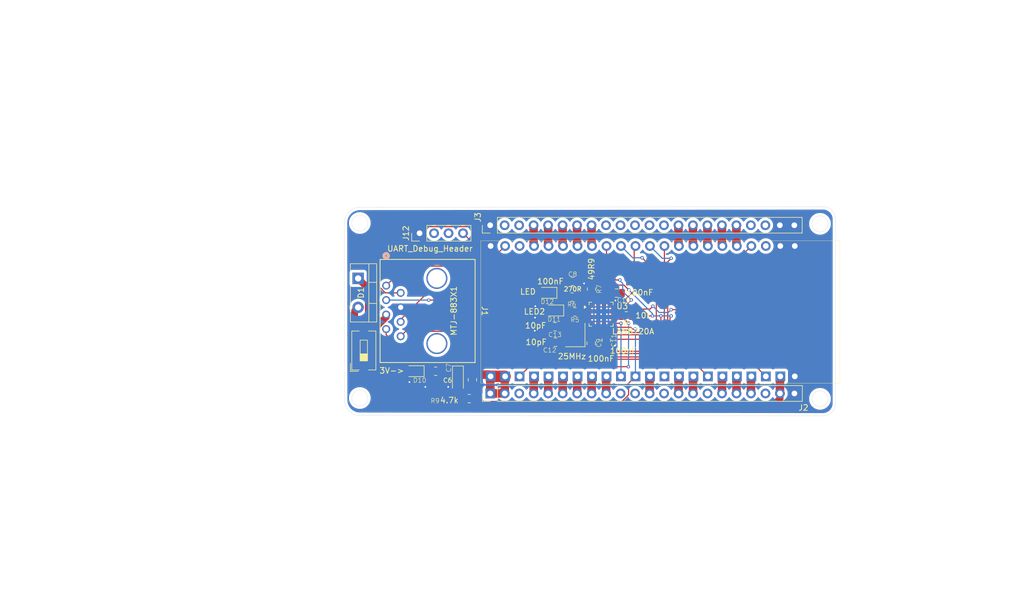
<source format=kicad_pcb>
(kicad_pcb (version 20241229) (generator "pcbnew") (generator_version "9.0")
  (layers (0 "F.Cu" signal) (2 "B.Cu" signal) (13 "F.Paste" user) (15 "B.Paste" user) (5 "F.SilkS" user "F.Silkscreen") (7 "B.SilkS" user "B.Silkscreen") (1 "F.Mask" user) (3 "B.Mask" user) (25 "Edge.Cuts" user))
  (net 0 "")
  (net 1 "GND")
  (net 2 "+5V")
  (net 3 "+3.3V")
  (net 4 "Net-(U3-XTAL1{slash}CLKIN)")
  (net 5 "Net-(U3-XTAL2)")
  (net 6 "Net-(D1-K)")
  (net 7 "/TX-")
  (net 8 "/RX+")
  (net 9 "/IO9")
  (net 10 "/IO11")
  (net 11 "/TX+")
  (net 12 "/RX-")
  (net 13 "/IO10")
  (net 14 "/IO2")
  (net 15 "/IO12")
  (net 16 "/IO4")
  (net 17 "/IO5")
  (net 18 "/IO13")
  (net 19 "/IO14")
  (net 20 "/IO6")
  (net 21 "/IO15")
  (net 22 "/IO7")
  (net 23 "/IO8")
  (net 24 "/IO16")
  (net 25 "/IO1")
  (net 26 "/IO21")
  (net 27 "/LED1")
  (net 28 "/LED2")
  (net 29 "/RBIAS")
  (net 30 "/RESET_N")
  (net 31 "/IO18")
  (net 32 "/IO42")
  (net 33 "/IO38")
  (net 34 "/IO46")
  (net 35 "/IO39")
  (net 36 "/IO20")
  (net 37 "/IO37")
  (net 39 "/IO35")
  (net 40 "/IO17")
  (net 41 "/IO36")
  (net 43 "/IO40")
  (net 44 "/IO41")
  (net 51 "/IO24")
  (net 52 "/IO44")
  (net 53 "Net-(D10-K)")
  (net 54 "Net-(D11-K)")
  (net 55 "Net-(D12-K)")
  (net 56 "Net-(D1-A)")
  (net 59 "/IO0")
  (net 64 "/IO47")
  (net 65 "/IO45")
  (footprint "Connector_PinHeader_2.54mm:PinHeader_1x04_P2.54mm_Vertical" (layer "F.Cu") (at 133.58 84.2 90)
    (property "Reference" "J12")
    (property "Value" "UART_Debug_Header")
  )
  (footprint "LED_SMD:LED_0805_2012Metric" (layer "F.Cu") (at 157.175 97.75 180)
    (property "Reference" "D11" (hide yes))
    (property "Value" "LED" (hide yes))
  )
  (footprint "Resistor_SMD:R_0805_2012Metric" (layer "F.Cu") (at 160.325 95.4 180)
    (property "Reference" "R6" (hide yes))
    (property "Value" "270R")
  )
  (footprint "Resistor_SMD:R_0805_2012Metric" (layer "F.Cu") (at 163.725 94 90)
    (property "Reference" "R7" (hide yes))
    (property "Value" "49R9")
  )
  (footprint "Resistor_SMD:R_0805_2012Metric" (layer "F.Cu") (at 160.825 98 180)
    (property "Reference" "R5" (hide yes))
    (property "Value" "270R" (hide yes))
  )
  (footprint "Capacitor_SMD:C_0805_2012Metric" (layer "F.Cu") (at 157.325 100.6 180)
    (property "Reference" "C13" (hide yes))
    (property "Value" "10pF")
  )
  (footprint "Resistor_SMD:R_0805_2012Metric" (layer "F.Cu") (at 169.8375 98.7 180)
    (property "Reference" "R8" (hide yes))
    (property "Value" "10k")
  )
  (footprint "Connector_PinHeader_2.54mm:PinHeader_1x22_P2.54mm_Vertical" (layer "F.Cu") (at 145.96 82.8 90)
    (property "Reference" "J3")
    (property "Value" "Conn_01x22_Pin" (hide yes))
  )
  (footprint "Package_TO_SOT_THT:TO-220-2_Vertical" (layer "F.Cu") (at 122.8 92.12 -90)
    (property "Reference" "D1")
    (property "Value" "MBR735")
  )
  (footprint "Resistor_SMD:R_0805_2012Metric" (layer "F.Cu") (at 136.4 108.4 180)
    (property "Reference" "R4" (hide yes))
    (property "Value" "270R" (hide yes))
  )
  (footprint "Resistor_SMD:R_0805_2012Metric" (layer "F.Cu") (at 142.2875 113.2)
    (property "Reference" "R9" (hide yes))
    (property "Value" "4.7k")
  )
  (footprint "Capacitor_SMD:C_0805_2012Metric" (layer "F.Cu") (at 168.125 94.7)
    (property "Reference" "C10" (hide yes))
    (property "Value" "100nF")
  )
  (footprint "Capacitor_SMD:C_0805_2012Metric" (layer "F.Cu") (at 160.425 92.65)
    (property "Reference" "C8" (hide yes))
    (property "Value" "100nF")
  )
  (footprint "Capacitor_SMD:C_0805_2012Metric" (layer "F.Cu") (at 142.85 109.9 -90)
    (property "Reference" "C7" (hide yes))
    (property "Value" "100nF" (hide yes))
  )
  (footprint "LED_SMD:LED_0805_2012Metric" (layer "F.Cu") (at 155.975 94.65 180)
    (property "Reference" "D12" (hide yes))
    (property "Value" "LED")
  )
  (footprint "Button_Switch_SMD:SW_DIP_SPSTx01_Slide_6.7x4.1mm_W6.73mm_P2.54mm_LowProfile_JPin" (layer "F.Cu") (at 123.8 104.765 90)
    (property "Reference" "SW2" (hide yes))
    (property "Value" "J1_PWR_SW" (hide yes))
  )
  (footprint "Capacitor_SMD:C_0805_2012Metric" (layer "F.Cu") (at 166.325 102.95 -90)
    (property "Reference" "C11" (hide yes))
    (property "Value" "100nF")
  )
  (footprint "LED_SMD:LED_0805_2012Metric" (layer "F.Cu") (at 132.7 108.4 180)
    (property "Reference" "D10" (hide yes))
    (property "Value" "LED" (hide yes))
  )
  (footprint "Capacitor_SMD:C_0805_2012Metric" (layer "F.Cu") (at 157.425 103.3 180)
    (property "Reference" "C12" (hide yes))
    (property "Value" "10pF")
  )
  (footprint "Package_DFN_QFN:VQFN-24-1EP_4x4mm_P0.5mm_EP2.5x2.5mm_ThermalVias" (layer "F.Cu") (at 165.425 98.4)
    (property "Reference" "U3")
    (property "Value" "LAN8720A")
  )
  (footprint "LBEASTLibrary:CONN_MTJ-883X1_ADM" (layer "F.Cu") (at 127.7254 93.3894 90)
    (property "Reference" "J1")
    (property "Value" "MTJ-883X1")
  )
  (footprint "Capacitor_Tantalum_SMD:CP_EIA-3216-18_Kemet-A" (layer "F.Cu") (at 140.3 109.8 -90)
    (property "Reference" "C6" (hide yes))
    (property "Value" "10µF" (hide yes))
  )
  (footprint "Crystal:Crystal_SMD_3225-4Pin_3.2x2.5mm" (layer "F.Cu") (at 160.875 102.05 90)
    (property "Reference" "Y1" (hide yes))
    (property "Value" "25MHz")
  )
  (footprint "LBEASTLibrary:ESP32-S3_2x22_Header_v3" (layer "F.Cu") (at 199.38 109.3 90)
    (property "Reference" "U2" (hide yes))
    (property "Value" "ESP32-S3-2x22" (hide yes))
  )
  (footprint "Capacitor_SMD:C_0805_2012Metric" (layer "F.Cu") (at 163.675 103.5 -90)
    (property "Reference" "C9" (hide yes))
    (property "Value" "100nF")
  )
  (footprint "Connector_PinHeader_2.54mm:PinHeader_1x22_P2.54mm_Vertical" (layer "F.Cu") (at 145.98 112.3 90)
    (property "Reference" "J2")
    (property "Value" "Conn_01x22_Pin" (hide yes))
  )
  (gr_rect (start 144.3 85.5) (end 207.3 110.5) (stroke (width 0.05)) (fill no) (layer "F.SilkS"))
  (gr_line (start 204.1 79.549981) (end 123.1 79.650202) (stroke (width 0.05)) (layer "Edge.Cuts"))
  (gr_arc (start 204.1 79.549981) (mid 205.800486 80.115572) (end 206.525603 81.754399) (stroke (width 0.05)) (layer "Edge.Cuts"))
  (gr_circle (center 123.1 82.408286) (end 124.5 82.408286) (stroke (width 0.05)) (fill no) (layer "Edge.Cuts"))
  (gr_line (start 123.046639 116.141714) (end 204.299987 116.243029) (stroke (width 0.05)) (layer "Edge.Cuts"))
  (gr_arc (start 206.515528 113.961187) (mid 205.893621 115.573845) (end 204.3 116.243029) (stroke (width 0.05)) (layer "Edge.Cuts"))
  (gr_line (start 120.421284 113.470324) (end 120.393218 82.292278) (stroke (width 0.05)) (layer "Edge.Cuts"))
  (gr_circle (center 203.8 113.241714) (end 205.2 113.241714) (stroke (width 0.05)) (fill no) (layer "Edge.Cuts"))
  (gr_circle (center 123.1 113.1) (end 124.5 113.1) (stroke (width 0.05)) (fill no) (layer "Edge.Cuts"))
  (gr_circle (center 203.8 82.55) (end 205.2 82.55) (stroke (width 0.05)) (fill no) (layer "Edge.Cuts"))
  (gr_line (start 206.515528 113.961187) (end 206.525603 81.754399) (stroke (width 0.05)) (layer "Edge.Cuts"))
  (gr_arc (start 120.393607 82.292245) (mid 121.206837 80.418047) (end 123.1 79.65) (stroke (width 0.05)) (layer "Edge.Cuts"))
  (gr_arc (start 123.046639 116.141714) (mid 121.187517 115.34306) (end 120.421331 113.470324) (stroke (width 0.05)) (layer "Edge.Cuts"))
  (gr_text "LED2" (at 153.725 97.95 0) (layer "F.SilkS") (effects (font (size 1 1))))
  (gr_text "3V->" (at 128.7 108.3 0) (layer "F.SilkS") (effects (font (size 1 1))))
  (segment (start 167.8375 104.0625) (end 167.675 103.9) (width 0.2) (layer "F.Cu") (net 1))
  (segment (start 169.075 94.7) (end 169.075 94.85) (width 0.2) (layer "F.Cu") (net 1))
  (segment (start 163.3 104.825) (end 157.7 104.825) (width 0.2) (layer "F.Cu") (net 1))
  (segment (start 140.3 111.1525) (end 138.6 111.1525) (width 1.5) (layer "F.Cu") (net 1))
  (segment (start 164.275 104.35) (end 163.725 104.35) (width 0.2) (layer "F.Cu") (net 1))
  (segment (start 131.7625 110.2625) (end 131.8 110.3) (width 0.2) (layer "F.Cu") (net 1))
  (segment (start 153.825 97.35) (end 153.825 99) (width 0.2) (layer "F.Cu") (net 1))
  (segment (start 132.6525 111.1525) (end 131.8 110.3) (width 1.5) (layer "F.Cu") (net 1))
  (segment (start 134.731 83.049) (end 133.58 84.2) (width 0.2) (layer "F.Cu") (net 1))
  (segment (start 157.575 101.85) (end 156.375 100.65) (width 0.2) (layer "F.Cu") (net 1))
  (segment (start 155.325 101.3) (end 153.775 101.3) (width 0.2) (layer "F.Cu") (net 1))
  (segment (start 155.0375 94.65) (end 154.525 94.65) (width 0.2) (layer "F.Cu") (net 1))
  (segment (start 153.825 95.35) (end 153.825 97.35) (width 0.2) (layer "F.Cu") (net 1))
  (segment (start 156.475 102.45) (end 155.325 101.3) (width 0.2) (layer "F.Cu") (net 1))
  (segment (start 162.425 93) (end 162.125 93) (width 0.2) (layer "F.Cu") (net 1))
  (segment (start 162.6375 93.0875) (end 163.725 93.0875) (width 0.2) (layer "F.Cu") (net 1))
  (segment (start 160.025 100.75) (end 158.925 101.85) (width 0.2) (layer "F.Cu") (net 1))
  (segment (start 154.825 98) (end 153.825 99) (width 0.2) (layer "F.Cu") (net 1))
  (segment (start 163.725 104.35) (end 163.775 104.35) (width 0.2) (layer "F.Cu") (net 1))
  (segment (start 153.825 97) (end 153.825 97.35) (width 0.2) (layer "F.Cu") (net 1))
  (segment (start 157.7 104.825) (end 156.475 103.6) (width 0.2) (layer "F.Cu") (net 1))
  (segment (start 142.649 83.049) (end 134.731 83.049) (width 0.2) (layer "F.Cu") (net 1))
  (segment (start 155.475 100.65) (end 155.925 100.65) (width 0.2) (layer "F.Cu") (net 1))
  (segment (start 162.025 92.9) (end 161.375 92.9) (width 0.2) (layer "F.Cu") (net 1))
  (segment (start 131.7625 108.4) (end 131.7625 110.2625) (width 1.5) (layer "F.Cu") (net 1))
  (segment (start 167.675 103.9) (end 166.325 103.9) (width 0.2) (layer "F.Cu") (net 1))
  (segment (start 156.475 103.6) (end 156.475 102.45) (width 0.2) (layer "F.Cu") (net 1))
  (segment (start 158.925 101.85) (end 157.575 101.85) (width 0.2) (layer "F.Cu") (net 1))
  (segment (start 134.6 111.1525) (end 132.6525 111.1525) (width 1.5) (layer "F.Cu") (net 1))
  (segment (start 169.075 94.85) (end 167.925 96) (width 0.2) (layer "F.Cu") (net 1))
  (segment (start 138.6 111.1525) (end 134.6 111.1525) (width 1.5) (layer "F.Cu") (net 1))
  (segment (start 146.04 86.44) (end 142.649 83.049) (width 0.2) (layer "F.Cu") (net 1))
  (segment (start 163.675 104.45) (end 163.3 104.825) (width 0.2) (layer "F.Cu") (net 1))
  (segment (start 140.6025 110.85) (end 140.3 111.1525) (width 0.2) (layer "F.Cu") (net 1))
  (segment (start 142.85 110.85) (end 140.6025 110.85) (width 1.5) (layer "F.Cu") (net 1))
  (segment (start 156.5875 98) (end 154.825 98) (width 0.2) (layer "F.Cu") (net 1))
  (segment (start 162.125 93) (end 162.025 92.9) (width 0.2) (layer "F.Cu") (net 1))
  (segment (start 153.825 99) (end 155.475 100.65) (width 0.2) (layer "F.Cu") (net 1))
  (segment (start 153.825 99) (end 153.825 101.3) (width 0.2) (layer "F.Cu") (net 1))
  (segment (start 154.525 94.65) (end 153.825 95.35) (width 0.2) (layer "F.Cu") (net 1))
  (segment (start 156.5875 98.2) (end 156.325 98.2) (width 0.2) (layer "F.Cu") (net 1))
  (via (at 138.6 111.1525) (size 0.6) (drill 0.3) (layers "F.Cu" "B.Cu") (net 1))
  (via (at 167.8375 103.9) (size 0.6) (drill 0.3) (layers "F.Cu" "B.Cu") (net 1))
  (via (at 153.875 97) (size 0.6) (drill 0.3) (layers "F.Cu" "B.Cu") (net 1))
  (via (at 167.925 96) (size 0.6) (drill 0.3) (layers "F.Cu" "B.Cu") (net 1))
  (via (at 153.825 99) (size 0.6) (drill 0.3) (layers "F.Cu" "B.Cu") (net 1))
  (via (at 162.425 93) (size 0.6) (drill 0.3) (layers "F.Cu" "B.Cu") (net 1))
  (via (at 134.6 111.1525) (size 0.6) (drill 0.3) (layers "F.Cu" "B.Cu") (net 1))
  (via (at 131.8 110.3) (size 0.6) (drill 0.3) (layers "F.Cu" "B.Cu") (net 1))
  (via (at 153.775 101.3) (size 0.6) (drill 0.3) (layers "F.Cu" "B.Cu") (net 1))
  (segment (start 196.78 112.3) (end 196.78 109.36) (width 1.5) (layer "F.Cu") (net 2))
  (segment (start 196.78 109.36) (end 196.84 109.3) (width 0.2) (layer "F.Cu") (net 2))
  (segment (start 196.8 109.26) (end 196.84 109.3) (width 0.2) (layer "F.Cu") (net 2))
  (segment (start 196.78 112.3) (end 196.78 113.22) (width 1.2) (layer "F.Cu") (net 2))
  (segment (start 129.9 114.9) (end 123.8 108.8) (width 1.2) (layer "F.Cu") (net 2))
  (segment (start 194.18 114.9) (end 129.9 114.9) (width 1.2) (layer "F.Cu") (net 2))
  (segment (start 196.78 113.22) (end 195.1 114.9) (width 1.2) (layer "F.Cu") (net 2))
  (segment (start 123.8 108.8) (end 123.8 108.13) (width 0.2) (layer "F.Cu") (net 2))
  (segment (start 195.1 114.9) (end 194.18 114.9) (width 1.2) (layer "F.Cu") (net 2))
  (segment (start 165.175 101.25) (end 165.925 102) (width 0.2) (layer "F.Cu") (net 3))
  (segment (start 142.3475 108.4475) (end 140.3 108.4475) (width 1.5) (layer "F.Cu") (net 3))
  (segment (start 165.6079 105.3) (end 164.675 105.3) (width 0.2) (layer "F.Cu") (net 3))
  (segment (start 143.2 109.3) (end 142.85 108.95) (width 0.2) (layer "F.Cu") (net 3))
  (segment (start 170.4339 102.001) (end 170.4329 102) (width 0.2) (layer "F.Cu") (net 3))
  (segment (start 146.04 109.3) (end 145.74 109) (width 0.8) (layer "F.Cu") (net 3))
  (segment (start 164.701 103.576) (end 164.701 105.274) (width 0.2) (layer "F.Cu") (net 3))
  (segment (start 162.475 95.05134) (end 161.62366 94.2) (width 0.2) (layer "F.Cu") (net 3))
  (segment (start 169.425 93.3) (end 167.725 93.3) (width 0.2) (layer "F.Cu") (net 3))
  (segment (start 175.9 98.7) (end 175.9 101.1) (width 0.2) (layer "F.Cu") (net 3))
  (segment (start 170.75 98.7) (end 174.425 98.7) (width 0.2) (layer "F.Cu") (net 3))
  (segment (start 170.2625 94.1375) (end 169.425 93.3) (width 0.2) (layer "F.Cu") (net 3))
  (segment (start 163.4875 96.6125) (end 162.475 95.6) (width 0.2) (layer "F.Cu") (net 3))
  (segment (start 148.58 109.3) (end 146.04 109.3) (width 2) (layer "F.Cu") (net 3))
  (segment (start 145.74 109) (end 143.5 109) (width 1.5) (layer "F.Cu") (net 3))
  (segment (start 163.4875 101.7625) (end 163.675 101.95) (width 0.2) (layer "F.Cu") (net 3))
  (segment (start 175.9 101.1) (end 174.999 102.001) (width 0.2) (layer "F.Cu") (net 3))
  (segment (start 165.175 100.3375) (end 165.175 101.25) (width 0.2) (layer "F.Cu") (net 3))
  (segment (start 148.52 112.3) (end 148.52 109.36) (width 1.5) (layer "F.Cu") (net 3))
  (segment (start 162.475 95.6) (end 162.475 95.05134) (width 0.2) (layer "F.Cu") (net 3))
  (segment (start 153.075 93.8) (end 153.075 104.25) (width 0.2) (layer "F.Cu") (net 3))
  (segment (start 159.825 94.2) (end 159.475 93.85) (width 0.2) (layer "F.Cu") (net 3))
  (segment (start 173.809143 105.3) (end 170.4421 105.3) (width 0.2) (layer "F.Cu") (net 3))
  (segment (start 153.975 92.9) (end 153.075 93.8) (width 0.2) (layer "F.Cu") (net 3))
  (segment (start 154.125 105.3) (end 164.675 105.3) (width 0.2) (layer "F.Cu") (net 3))
  (segment (start 167.175 93.85) (end 167.175 94.7) (width 0.2) (layer "F.Cu") (net 3))
  (segment (start 140 108.4) (end 137.3125 108.4) (width 1.5) (layer "F.Cu") (net 3))
  (segment (start 174.999 102.001) (end 170.4339 102.001) (width 0.2) (layer "F.Cu") (net 3))
  (segment (start 163.675 101.95) (end 163.675 102.55) (width 0.2) (layer "F.Cu") (net 3))
  (segment (start 140.3 108.4475) (end 140.0475 108.4475) (width 0.2) (layer "F.Cu") (net 3))
  (segment (start 159.475 93.85) (end 159.475 92.9) (width 0.2) (layer "F.Cu") (net 3))
  (segment (start 148.52 112.3) (end 145.98 112.3) (width 1.5) (layer "F.Cu") (net 3))
  (segment (start 177.501 98.899) (end 177.501 101.608143) (width 0.2) (layer "F.Cu") (net 3))
  (segment (start 170.4421 105.3) (end 170.4411 105.301) (width 0.2) (layer "F.Cu") (net 3))
  (segment (start 142.85 108.95) (end 142.3475 108.4475) (width 1.5) (layer "F.Cu") (net 3))
  (segment (start 166.675 96.4625) (end 166.675 95.2) (width 0.2) (layer "F.Cu") (net 3))
  (segment (start 164.701 105.274) (end 164.675 105.3) (width 0.2) (layer "F.Cu") (net 3))
  (segment (start 163.4875 99.65) (end 163.4875 101.7625) (width 0.2) (layer "F.Cu") (net 3))
  (segment (start 170.4411 105.301) (end 165.6089 105.301) (width 0.2) (layer "F.Cu") (net 3))
  (segment (start 163.675 102.55) (end 164.701 103.576) (width 0.2) (layer "F.Cu") (net 3))
  (segment (start 177.501 101.608143) (end 173.809143 105.3) (width 0.2) (layer "F.Cu") (net 3))
  (segment (start 145.98 112.3) (end 145.98 109.36) (width 1.5) (layer "F.Cu") (net 3))
  (segment (start 170.4329 102) (end 166.325 102) (width 0.2) (layer "F.Cu") (net 3))
  (segment (start 165.6089 105.301) (end 165.6079 105.3) (width 0.2) (layer "F.Cu") (net 3))
  (segment (start 177.7 98.7) (end 177.501 98.899) (width 0.2) (layer "F.Cu") (net 3))
  (segment (start 166.675 95.2) (end 167.175 94.7) (width 0.2) (layer "F.Cu") (net 3))
  (segment (start 153.075 104.25) (end 154.125 105.3) (width 0.2) (layer "F.Cu") (net 3))
  (segment (start 148.52 109.36) (end 148.58 109.3) (width 0.2) (layer "F.Cu") (net 3))
  (segment (start 161.62366 94.2) (end 159.825 94.2) (width 0.2) (layer "F.Cu") (net 3))
  (segment (start 145.98 109.36) (end 146.04 109.3) (width 0.2) (layer "F.Cu") (net 3))
  (segment (start 167.725 93.3) (end 167.175 93.85) (width 0.2) (layer "F.Cu") (net 3))
  (segment (start 140.0475 108.4475) (end 140 108.4) (width 0.2) (layer "F.Cu") (net 3))
  (segment (start 163.4875 97.15) (end 163.4875 96.6125) (width 0.2) (layer "F.Cu") (net 3))
  (segment (start 159.475 92.9) (end 153.975 92.9) (width 0.2) (layer "F.Cu") (net 3))
  (via (at 170.2625 94.1375) (size 0.6) (drill 0.3) (layers "F.Cu" "B.Cu") (net 3))
  (via (at 175.9 98.7) (size 0.6) (drill 0.3) (layers "F.Cu" "B.Cu") (net 3))
  (via (at 174.425 98.7) (size 0.6) (drill 0.3) (layers "F.Cu" "B.Cu") (net 3))
  (via (at 177.7 98.7) (size 0.6) (drill 0.3) (layers "F.Cu" "B.Cu") (net 3))
  (segment (start 170.2625 94.1375) (end 174.425 98.3) (width 0.2) (layer "B.Cu") (net 3))
  (segment (start 177.7 98.7) (end 175.9 98.7) (width 0.2) (layer "B.Cu") (net 3))
  (segment (start 175.9 98.7) (end 174.425 98.7) (width 0.2) (layer "B.Cu") (net 3))
  (segment (start 174.425 98.3) (end 174.425 98.7) (width 0.2) (layer "B.Cu") (net 3))
  (segment (start 163.034202 99.15) (end 162.625 99.559202) (width 0.2) (layer "F.Cu") (net 4))
  (segment (start 161.076 104.324) (end 159.424 104.324) (width 0.2) (layer "F.Cu") (net 4))
  (segment (start 161.725 103.675) (end 161.076 104.324) (width 0.2) (layer "F.Cu") (net 4))
  (segment (start 162.625 99.559202) (end 162.625 101.95) (width 0.2) (layer "F.Cu") (net 4))
  (segment (start 161.725 102.775) (end 161.725 103.675) (width 0.2) (layer "F.Cu") (net 4))
  (segment (start 163.4875 99.15) (end 163.034202 99.15) (width 0.2) (layer "F.Cu") (net 4))
  (segment (start 162.075 102.5) (end 161.725 102.5) (width 0.2) (layer "F.Cu") (net 4))
  (segment (start 159.424 104.324) (end 158.375 103.275) (width 0.2) (layer "F.Cu") (net 4))
  (segment (start 162.625 101.95) (end 162.075 102.5) (width 0.2) (layer "F.Cu") (net 4))
  (segment (start 161.725 100.3) (end 160.625 99.2) (width 0.2) (layer "F.Cu") (net 5))
  (segment (start 163.4875 98.65) (end 162.875 98.65) (width 0.2) (layer "F.Cu") (net 5))
  (segment (start 161.725 99.8) (end 161.725 100.95) (width 0.2) (layer "F.Cu") (net 5))
  (segment (start 162.875 98.65) (end 161.725 99.8) (width 0.2) (layer "F.Cu") (net 5))
  (segment (start 160.625 99.2) (end 159.275 99.2) (width 0.2) (layer "F.Cu") (net 5))
  (segment (start 161.725 100.95) (end 161.725 100.3) (width 0.2) (layer "F.Cu") (net 5))
  (segment (start 159.275 99.2) (end 158.275 100.2) (width 0.2) (layer "F.Cu") (net 5))
  (segment (start 124.6 100.6) (end 124.6 93.92) (width 1.2) (layer "F.Cu") (net 6))
  (segment (start 124.6 93.92) (end 122.8 92.12) (width 1.2) (layer "F.Cu") (net 6))
  (segment (start 123.8 101.4) (end 124.6 100.6) (width 1.2) (layer "F.Cu") (net 6))
  (segment (start 126.5 93.577507) (end 126.5 92) (width 0.2) (layer "F.Cu") (net 7))
  (segment (start 129.2 89.3) (end 163.9263 89.3) (width 0.2) (layer "F.Cu") (net 7))
  (segment (start 163.9263 89.3) (end 166.175 91.5487) (width 0.2) (layer "F.Cu") (net 7))
  (segment (start 126.5 92) (end 129.2 89.3) (width 0.2) (layer "F.Cu") (net 7))
  (segment (start 127.581893 94.6594) (end 126.5 93.577507) (width 0.2) (layer "F.Cu") (net 7))
  (segment (start 130.2654 94.6594) (end 127.581893 94.6594) (width 0.2) (layer "F.Cu") (net 7))
  (segment (start 166.175 91.5487) (end 166.175 96.4625) (width 0.2) (layer "F.Cu") (net 7))
  (segment (start 164.525 91.6) (end 164.725 91.8) (width 0.2) (layer "F.Cu") (net 8))
  (segment (start 149.975 91.6) (end 164.525 91.6) (width 0.2) (layer "F.Cu") (net 8))
  (segment (start 145.6456 95.9294) (end 149.975 91.6) (width 0.2) (layer "F.Cu") (net 8))
  (segment (start 135.2 95.9294) (end 145.6456 95.9294) (width 0.2) (layer "F.Cu") (net 8))
  (segment (start 164.725 96.4125) (end 164.675 96.4625) (width 0.2) (layer "F.Cu") (net 8))
  (segment (start 164.725 91.8) (end 164.725 96.4125) (width 0.2) (layer "F.Cu") (net 8))
  (via (at 135.2 95.9294) (size 0.6) (drill 0.3) (layers "F.Cu" "B.Cu") (net 8))
  (segment (start 135.2 95.9294) (end 127.7254 95.9294) (width 0.2) (layer "B.Cu") (net 8))
  (segment (start 181.54 112.3) (end 181.54 109.36) (width 1.5) (layer "F.Cu") (net 9))
  (segment (start 181.54 109.36) (end 181.6 109.3) (width 0.2) (layer "F.Cu") (net 9))
  (segment (start 186.62 109.36) (end 186.68 109.3) (width 0.2) (layer "F.Cu") (net 10))
  (segment (start 186.62 112.3) (end 186.62 109.36) (width 1.5) (layer "F.Cu") (net 10))
  (segment (start 151.7519 89.9769) (end 151.775 90) (width 0.2) (layer "F.Cu") (net 11))
  (segment (start 165.675 91.6158) (end 164.0592 90) (width 0.2) (layer "F.Cu") (net 11))
  (segment (start 165.675 96.4625) (end 165.675 91.6158) (width 0.2) (layer "F.Cu") (net 11))
  (segment (start 131.1379 89.9769) (end 151.7519 89.9769) (width 0.2) (layer "F.Cu") (net 11))
  (segment (start 164.0592 90) (end 151.775 90) (width 0.2) (layer "F.Cu") (net 11))
  (segment (start 127.7254 93.3894) (end 131.1379 89.9769) (width 0.2) (layer "F.Cu") (net 11))
  (segment (start 137.8 94.7) (end 141.8 90.7) (width 0.2) (layer "F.Cu") (net 12))
  (segment (start 134.9 94.7) (end 137.8 94.7) (width 0.2) (layer "F.Cu") (net 12))
  (segment (start 130.2654 99.3346) (end 134.9 94.7) (width 0.2) (layer "F.Cu") (net 12))
  (segment (start 165.175 91.6829) (end 164.1921 90.7) (width 0.2) (layer "F.Cu") (net 12))
  (segment (start 165.175 96.4625) (end 165.175 91.6829) (width 0.2) (layer "F.Cu") (net 12))
  (segment (start 130.2654 99.7394) (end 130.2654 99.3346) (width 0.2) (layer "F.Cu") (net 12))
  (segment (start 141.8 90.7) (end 146.1 90.7) (width 0.2) (layer "F.Cu") (net 12))
  (segment (start 164.1921 90.7) (end 146.1 90.7) (width 0.2) (layer "F.Cu") (net 12))
  (segment (start 127.7254 101.0094) (end 127.7254 101.997228) (width 0.2) (layer "F.Cu") (net 13))
  (segment (start 132.028172 106.3) (end 181.14 106.3) (width 0.2) (layer "F.Cu") (net 13))
  (segment (start 127.7254 101.997228) (end 132.028172 106.3) (width 0.2) (layer "F.Cu") (net 13))
  (segment (start 181.14 106.3) (end 184.14 109.3) (width 0.2) (layer "F.Cu") (net 13))
  (segment (start 156.12 82.8) (end 156.12 86.36) (width 1.5) (layer "F.Cu") (net 14))
  (segment (start 156.12 86.36) (end 156.2 86.44) (width 0.2) (layer "F.Cu") (net 14))
  (segment (start 189.16 109.36) (end 189.22 109.3) (width 0.2) (layer "F.Cu") (net 15))
  (segment (start 189.16 112.3) (end 189.16 109.36) (width 1.5) (layer "F.Cu") (net 15))
  (segment (start 153.6 109.36) (end 153.66 109.3) (width 0.2) (layer "F.Cu") (net 16))
  (segment (start 153.6 112.3) (end 153.6 109.36) (width 1.5) (layer "F.Cu") (net 16))
  (segment (start 153.650057 109.3) (end 153.66 109.3) (width 0.2) (layer "B.Cu") (net 16))
  (segment (start 156.14 112.3) (end 156.14 109.36) (width 1.5) (layer "F.Cu") (net 17))
  (segment (start 156.25 109.35) (end 156.2 109.3) (width 0.2) (layer "F.Cu") (net 17))
  (segment (start 156.14 109.36) (end 156.2 109.3) (width 0.2) (layer "F.Cu") (net 17))
  (segment (start 191.7 109.36) (end 191.76 109.3) (width 0.2) (layer "F.Cu") (net 18))
  (segment (start 191.7 112.3) (end 191.7 109.36) (width 1.5) (layer "F.Cu") (net 18))
  (segment (start 154.1579 105.9) (end 190.9 105.9) (width 0.2) (layer "F.Cu") (net 19))
  (segment (start 190.9 105.9) (end 194.3 109.3) (width 0.2) (layer "F.Cu") (net 19))
  (segment (start 130.2654 102.2794) (end 131.1379 101.4069) (width 0.2) (layer "F.Cu") (net 19))
  (segment (start 149.6648 101.4069) (end 154.1579 105.9) (width 0.2) (layer "F.Cu") (net 19))
  (segment (start 131.1379 101.4069) (end 149.6648 101.4069) (width 0.2) (layer "F.Cu") (net 19))
  (segment (start 158.68 109.36) (end 158.74 109.3) (width 0.2) (layer "F.Cu") (net 20))
  (segment (start 158.68 112.3) (end 158.68 109.36) (width 1.5) (layer "F.Cu") (net 20))
  (segment (start 163.76 112.3) (end 163.76 109.36) (width 1.5) (layer "F.Cu") (net 21))
  (segment (start 163.76 109.36) (end 163.82 109.3) (width 0.2) (layer "F.Cu") (net 21))
  (segment (start 163.82 109.18) (end 163.82 109.3) (width 0.2) (layer "B.Cu") (net 21))
  (segment (start 161.22 109.36) (end 161.28 109.3) (width 0.2) (layer "F.Cu") (net 22))
  (segment (start 161.22 112.3) (end 161.22 109.36) (width 1.5) (layer "F.Cu") (net 22))
  (segment (start 161.28 109.02) (end 161.28 109.3) (width 0.2) (layer "B.Cu") (net 22))
  (segment (start 173.92 112.3) (end 173.92 109.36) (width 1.5) (layer "F.Cu") (net 23))
  (segment (start 173.92 109.36) (end 173.98 109.3) (width 0.2) (layer "F.Cu") (net 23))
  (segment (start 174.475 109.7) (end 174.625 109.7) (width 0.2) (layer "F.Cu") (net 23))
  (segment (start 174.475 109.7) (end 173.775 109) (width 0.2) (layer "B.Cu") (net 23))
  (segment (start 174.425 108.800057) (end 174.425 108.8) (width 0.2) (layer "B.Cu") (net 23))
  (segment (start 166.3 109.36) (end 166.36 109.3) (width 0.2) (layer "F.Cu") (net 24))
  (segment (start 166.3 112.3) (end 166.3 109.36) (width 1.5) (layer "F.Cu") (net 24))
  (segment (start 153.58 82.8) (end 153.58 86.36) (width 1.5) (layer "F.Cu") (net 25))
  (segment (start 153.58 86.36) (end 153.66 86.44) (width 0.2) (layer "F.Cu") (net 25))
  (segment (start 189.14 86.36) (end 189.22 86.44) (width 0.2) (layer "F.Cu") (net 26))
  (segment (start 189.14 82.8) (end 189.14 86.36) (width 1.5) (layer "F.Cu") (net 26))
  (segment (start 189.22 86.44) (end 189.22 86.42) (width 0.2) (layer "B.Cu") (net 26))
  (segment (start 163.4875 98.15) (end 161.9875 98.15) (width 0.2) (layer "F.Cu") (net 27))
  (segment (start 161.9875 98.15) (end 161.9375 98.2) (width 0.2) (layer "F.Cu") (net 27))
  (segment (start 161.925 96.0875) (end 161.2375 95.4) (width 0.2) (layer "F.Cu") (net 28))
  (segment (start 163.034202 97.65) (end 161.925 96.540798) (width 0.2) (layer "F.Cu") (net 28))
  (segment (start 163.4875 97.65) (end 163.034202 97.65) (width 0.2) (layer "F.Cu") (net 28))
  (segment (start 161.925 96.540798) (end 161.925 96.0875) (width 0.2) (layer "F.Cu") (net 28))
  (segment (start 164.175 96.4625) (end 164.175 95.3625) (width 0.2) (layer "F.Cu") (net 29))
  (segment (start 164.175 95.3625) (end 163.725 94.9125) (width 0.2) (layer "F.Cu") (net 29))
  (segment (start 170.225 100) (end 168.925 98.7) (width 0.2) (layer "F.Cu") (net 30))
  (segment (start 151.12 108.72) (end 151.12 109.3) (width 0.2) (layer "F.Cu") (net 30))
  (segment (start 152.82 107.6) (end 151.12 109.3) (width 0.2) (layer "F.Cu") (net 30))
  (segment (start 168.875 98.65) (end 168.925 98.7) (width 0.2) (layer "F.Cu") (net 30))
  (segment (start 167.3625 98.65) (end 168.875 98.65) (width 0.2) (layer "F.Cu") (net 30))
  (segment (start 170.2 107.6) (end 152.82 107.6) (width 0.2) (layer "F.Cu") (net 30))
  (via (at 170.2 107.6) (size 0.6) (drill 0.3) (layers "F.Cu" "B.Cu") (net 30))
  (via (at 170.225 100) (size 0.6) (drill 0.3) (layers "F.Cu" "B.Cu") (net 30))
  (segment (start 170.225 107.575) (end 170.225 100) (width 0.2) (layer "B.Cu") (net 30))
  (segment (start 170.2 107.6) (end 170.225 107.575) (width 0.2) (layer "B.Cu") (net 30))
  (segment (start 170.229 110.511) (end 170.229 112.53876) (width 0.2) (layer "F.Cu") (net 31))
  (segment (start 170.229 112.53876) (end 169.06776 113.7) (width 0.2) (layer "F.Cu") (net 31))
  (segment (start 143.7 113.7) (end 143.2 113.2) (width 0.2) (layer "F.Cu") (net 31))
  (segment (start 170.9 101) (end 171.4 101) (width 0.2) (layer "F.Cu") (net 31))
  (segment (start 169.06776 113.7) (end 143.7 113.7) (width 0.2) (layer "F.Cu") (net 31))
  (segment (start 170.6 100.7) (end 170.9 101) (width 0.2) (layer "F.Cu") (net 31))
  (segment (start 166.675 100.3375) (end 167.0375 100.7) (width 0.2) (layer "F.Cu") (net 31))
  (segment (start 167.0375 100.7) (end 170.6 100.7) (width 0.2) (layer "F.Cu") (net 31))
  (segment (start 171.44 109.3) (end 170.229 110.511) (width 0.2) (layer "F.Cu") (net 31))
  (via (at 171.4 101) (size 0.6) (drill 0.3) (layers "F.Cu" "B.Cu") (net 31))
  (segment (start 171.44 109.3) (end 171.44 101) (width 0.2) (layer "B.Cu") (net 31))
  (segment (start 158.66 82.8) (end 158.66 86.36) (width 1.5) (layer "F.Cu") (net 32))
  (segment (start 158.66 86.36) (end 158.74 86.44) (width 0.2) (layer "F.Cu") (net 32))
  (segment (start 170.2 101.2) (end 170.6 101.6) (width 0.2) (layer "F.Cu") (net 33))
  (segment (start 166.175 100.3375) (end 166.175 100.790798) (width 0.2) (layer "F.Cu") (net 33))
  (segment (start 174.4 101.6) (end 175.1 100.9) (width 0.2) (layer "F.Cu") (net 33))
  (segment (start 166.175 100.790798) (end 166.584202 101.2) (width 0.2) (layer "F.Cu") (net 33))
  (segment (start 170.6 101.6) (end 174.4 101.6) (width 0.2) (layer "F.Cu") (net 33))
  (segment (start 175.1 100.9) (end 175.1 91) (width 0.2) (layer "F.Cu") (net 33))
  (segment (start 166.584202 101.2) (end 170.2 101.2) (width 0.2) (layer "F.Cu") (net 33))
  (segment (start 175.1 91) (end 172.6 88.5) (width 0.2) (layer "F.Cu") (net 33))
  (via (at 172.6 88.5) (size 0.6) (drill 0.3) (layers "F.Cu" "B.Cu") (net 33))
  (segment (start 170.96 88.5) (end 172.6 88.5) (width 0.2) (layer "B.Cu") (net 33))
  (segment (start 168.9 86.44) (end 170.96 88.5) (width 0.2) (layer "B.Cu") (net 33))
  (segment (start 179 109.36) (end 179.06 109.3) (width 0.2) (layer "F.Cu") (net 34))
  (segment (start 179 112.3) (end 179 109.36) (width 1.5) (layer "F.Cu") (net 34))
  (segment (start 184.06 82.8) (end 184.06 86.36) (width 1.5) (layer "F.Cu") (net 34))
  (segment (start 184.06 86.36) (end 184.14 86.44) (width 0.2) (layer "F.Cu") (net 34))
  (segment (start 168 92.4) (end 166.36 90.76) (width 0.2) (layer "F.Cu") (net 35))
  (segment (start 167.90924 97.65) (end 167.3625 97.65) (width 0.2) (layer "F.Cu") (net 35))
  (segment (start 170.7 95.9) (end 169.8 96.8) (width 0.2) (layer "F.Cu") (net 35))
  (segment (start 169.8 96.8) (end 168.75924 96.8) (width 0.2) (layer "F.Cu") (net 35))
  (segment (start 166.36 90.76) (end 166.36 86.44) (width 0.2) (layer "F.Cu") (net 35))
  (segment (start 168.7 92.4) (end 168 92.4) (width 0.2) (layer "F.Cu") (net 35))
  (segment (start 168.75924 96.8) (end 167.90924 97.65) (width 0.2) (layer "F.Cu") (net 35))
  (via (at 168.7 92.4) (size 0.6) (drill 0.3) (layers "F.Cu" "B.Cu") (net 35))
  (via (at 170.7 95.9) (size 0.6) (drill 0.3) (layers "F.Cu" "B.Cu") (net 35))
  (segment (start 169.2 93) (end 168.7 92.5) (width 0.2) (layer "B.Cu") (net 35))
  (segment (start 168.7 92.5) (end 168.7 92.4) (width 0.2) (layer "B.Cu") (net 35))
  (segment (start 170.7 95.9) (end 169.2 94.4) (width 0.2) (layer "B.Cu") (net 35))
  (segment (start 169.2 94.4) (end 169.2 93) (width 0.2) (layer "B.Cu") (net 35))
  (segment (start 177.7 97.6) (end 180.6 97.6) (width 0.2) (layer "F.Cu") (net 36))
  (segment (start 174.5 97) (end 174 97.5) (width 0.2) (layer "F.Cu") (net 36))
  (segment (start 174 97.5) (end 168.62634 97.5) (width 0.2) (layer "F.Cu") (net 36))
  (segment (start 180.6 97.6) (end 191.76 86.44) (width 0.2) (layer "F.Cu") (net 36))
  (segment (start 168.62634 97.5) (end 167.97634 98.15) (width 0.2) (layer "F.Cu") (net 36))
  (segment (start 167.97634 98.15) (end 167.3625 98.15) (width 0.2) (layer "F.Cu") (net 36))
  (via (at 174.5 97) (size 0.6) (drill 0.3) (layers "F.Cu" "B.Cu") (net 36))
  (via (at 177.7 97.6) (size 0.6) (drill 0.3) (layers "F.Cu" "B.Cu") (net 36))
  (segment (start 177.2 98.1) (end 177.7 97.6) (width 0.2) (layer "B.Cu") (net 36))
  (segment (start 175.6 98.1) (end 177.2 98.1) (width 0.2) (layer "B.Cu") (net 36))
  (segment (start 174.5 97) (end 175.6 98.1) (width 0.2) (layer "B.Cu") (net 36))
  (segment (start 168.551057 96.248943) (end 168.8 96) (width 0.2) (layer "F.Cu") (net 37))
  (segment (start 169.5 96) (end 171.219 94.281) (width 0.2) (layer "F.Cu") (net 37))
  (segment (start 167.3625 97.15) (end 167.9115 96.601) (width 0.2) (layer "F.Cu") (net 37))
  (segment (start 168.526 96.248943) (end 168.551057 96.248943) (width 0.2) (layer "F.Cu") (net 37))
  (segment (start 168.173943 96.601) (end 168.526 96.248943) (width 0.2) (layer "F.Cu") (net 37))
  (segment (start 167.9115 96.601) (end 168.173943 96.601) (width 0.2) (layer "F.Cu") (net 37))
  (segment (start 171.219 86.661) (end 171.44 86.44) (width 0.2) (layer "F.Cu") (net 37))
  (segment (start 171.219 94.281) (end 171.219 86.661) (width 0.2) (layer "F.Cu") (net 37))
  (segment (start 168.8 96) (end 169.5 96) (width 0.2) (layer "F.Cu") (net 37))
  (segment (start 165.225 102.41116) (end 165.61484 102.801) (width 0.2) (layer "F.Cu") (net 39))
  (segment (start 164.774 100.889798) (end 164.774 101.4161) (width 0.2) (layer "F.Cu") (net 39))
  (segment (start 165.225 101.8671) (end 165.225 102.41116) (width 0.2) (layer "F.Cu") (net 39))
  (segment (start 176.52 96.28) (end 176.52 86.44) (width 0.2) (layer "F.Cu") (net 39))
  (segment (start 175.173943 102.801) (end 176.5 101.474943) (width 0.2) (layer "F.Cu") (net 39))
  (segment (start 164.774 101.4161) (end 165.225 101.8671) (width 0.2) (layer "F.Cu") (net 39))
  (segment (start 164.675 100.3375) (end 164.749 100.4115) (width 0.2) (layer "F.Cu") (net 39))
  (segment (start 165.61484 102.801) (end 175.173943 102.801) (width 0.2) (layer "F.Cu") (net 39))
  (segment (start 176.5 101.474943) (end 176.5 96.3) (width 0.2) (layer "F.Cu") (net 39))
  (segment (start 164.749 100.4115) (end 164.749 100.864798) (width 0.2) (layer "F.Cu") (net 39))
  (segment (start 164.749 100.864798) (end 164.774 100.889798) (width 0.2) (layer "F.Cu") (net 39))
  (segment (start 167.3625 99.65) (end 167.7125 100) (width 0.2) (layer "F.Cu") (net 40))
  (segment (start 167.7125 100) (end 168.9 100) (width 0.2) (layer "F.Cu") (net 40))
  (via (at 168.9 100) (size 0.6) (drill 0.3) (layers "F.Cu" "B.Cu") (net 40))
  (segment (start 168.9 109.3) (end 168.9 100.2) (width 0.2) (layer "B.Cu") (net 40))
  (segment (start 164.701 103.0089) (end 165.299 103.6069) (width 0.2) (layer "F.Cu") (net 41))
  (segment (start 173.643043 104.899) (end 177.1 101.442043) (width 0.2) (layer "F.Cu") (net 41))
  (segment (start 177.1 98.450057) (end 177.1 89.2) (width 0.2) (layer "F.Cu") (net 41))
  (segment (start 165.299 104.424) (end 165.775 104.9) (width 0.2) (layer "F.Cu") (net 41))
  (segment (start 164.701 101.976) (end 164.701 103.0089) (width 0.2) (layer "F.Cu") (net 41))
  (segment (start 164.125 101.4) (end 164.701 101.976) (width 0.2) (layer "F.Cu") (net 41))
  (segment (start 177.1 101.442043) (end 177.1 98.949943) (width 0.2) (layer "F.Cu") (net 41))
  (segment (start 165.775 104.9) (end 170.275 104.9) (width 0.2) (layer "F.Cu") (net 41))
  (segment (start 177.099 98.451057) (end 177.1 98.450057) (width 0.2) (layer "F.Cu") (net 41))
  (segment (start 165.299 103.6069) (end 165.299 104.424) (width 0.2) (layer "F.Cu") (net 41))
  (segment (start 164.175 100.3375) (end 164.175 101.35) (width 0.2) (layer "F.Cu") (net 41))
  (segment (start 170.275 104.9) (end 170.276 104.899) (width 0.2) (layer "F.Cu") (net 41))
  (segment (start 177.099 98.948943) (end 177.099 98.451057) (width 0.2) (layer "F.Cu") (net 41))
  (segment (start 164.175 101.35) (end 164.125 101.4) (width 0.2) (layer "F.Cu") (net 41))
  (segment (start 177.1 98.949943) (end 177.099 98.948943) (width 0.2) (layer "F.Cu") (net 41))
  (segment (start 177.1 89.2) (end 177.7 88.6) (width 0.2) (layer "F.Cu") (net 41))
  (segment (start 170.276 104.899) (end 173.643043 104.899) (width 0.2) (layer "F.Cu") (net 41))
  (via (at 177.7 88.6) (size 0.6) (drill 0.3) (layers "F.Cu" "B.Cu") (net 41))
  (segment (start 176.14 88.6) (end 177.7 88.6) (width 0.2) (layer "B.Cu") (net 41))
  (segment (start 173.98 86.44) (end 176.14 88.6) (width 0.2) (layer "B.Cu") (net 41))
  (segment (start 163.74 86.36) (end 163.82 86.44) (width 0.2) (layer "F.Cu") (net 43))
  (segment (start 163.74 82.8) (end 163.74 86.36) (width 1.5) (layer "F.Cu") (net 43))
  (segment (start 163.94 86.56) (end 163.82 86.44) (width 0.2) (layer "F.Cu") (net 43))
  (segment (start 161.2 82.8) (end 161.2 86.36) (width 1.5) (layer "F.Cu") (net 44))
  (segment (start 161.3 86.46) (end 161.28 86.44) (width 0.2) (layer "F.Cu") (net 44))
  (segment (start 161.2 86.36) (end 161.28 86.44) (width 0.2) (layer "F.Cu") (net 44))
  (segment (start 147.429 87.591) (end 144.591 87.591) (width 0.2) (layer "F.Cu") (net 51))
  (segment (start 148.58 86.44) (end 147.429 87.591) (width 0.2) (layer "F.Cu") (net 51))
  (segment (start 144.591 87.591) (end 141.2 84.2) (width 0.2) (layer "F.Cu") (net 51))
  (segment (start 148.58 86.42) (end 148.58 86.44) (width 0.2) (layer "B.Cu") (net 51))
  (segment (start 135.4875 108.4) (end 133.6375 108.4) (width 1.5) (layer "F.Cu") (net 53))
  (segment (start 160.1125 98) (end 158.4625 98) (width 0.2) (layer "F.Cu") (net 54))
  (segment (start 157.6625 95.4) (end 156.9125 94.65) (width 0.2) (layer "F.Cu") (net 55))
  (segment (start 159.4125 95.4) (end 157.6625 95.4) (width 0.2) (layer "F.Cu") (net 55))
  (segment (start 127.7254 98.4694) (end 127.7254 98.888786) (width 1.2) (layer "F.Cu") (net 56))
  (segment (start 125.8 102.4) (end 124.7 103.5) (width 1.2) (layer "F.Cu") (net 56))
  (segment (start 125.8 101.381314) (end 125.8 102.4) (width 1.2) (layer "F.Cu") (net 56))
  (segment (start 123 103.5) (end 122.2 102.7) (width 1.2) (layer "F.Cu") (net 56))
  (segment (start 126.001 100.699) (end 126.001 101.180314) (width 1.2) (layer "F.Cu") (net 56))
  (segment (start 122.8 97.2) (end 122.2 97.8) (width 0.2) (layer "F.Cu") (net 56))
  (segment (start 126.001 101.180314) (end 125.8 101.381314) (width 1.2) (layer "F.Cu") (net 56))
  (segment (start 124.7 103.5) (end 123 103.5) (width 1.2) (layer "F.Cu") (net 56))
  (segment (start 122.2 102.7) (end 122.2 97.8) (width 1.2) (layer "F.Cu") (net 56))
  (segment (start 126.2259 100.4741) (end 126.001 100.699) (width 1.2) (layer "F.Cu") (net 56))
  (segment (start 127.7254 98.888786) (end 126.2259 100.388286) (width 1.2) (layer "F.Cu") (net 56))
  (segment (start 126.2259 100.388286) (end 126.2259 100.4741) (width 1.2) (layer "F.Cu") (net 56))
  (segment (start 178.98 82.8) (end 178.98 86.36) (width 1.5) (layer "F.Cu") (net 59))
  (segment (start 178.98 86.36) (end 179.06 86.44) (width 0.2) (layer "F.Cu") (net 59))
  (segment (start 186.6 86.36) (end 186.68 86.44) (width 0.2) (layer "F.Cu") (net 64))
  (segment (start 186.6 82.8) (end 186.6 86.36) (width 1.5) (layer "F.Cu") (net 64))
  (segment (start 181.52 82.8) (end 181.52 86.36) (width 1.5) (layer "F.Cu") (net 65))
  (segment (start 181.52 86.36) (end 181.6 86.44) (width 0.2) (layer "F.Cu") (net 65))
  (zone (net 1) (net_name "GND") (layer "B.Cu") (connect_pads (clearance 0.5)) (min_thickness 0.25) (fill yes (thermal_gap 0.5) (thermal_bridge_width 0.5))
    (polygon (pts (xy 60.3 45.6) (xy 60 150.6) (xy 239.4 150.4) (xy 239.6 43.3)))
  )
)
</source>
